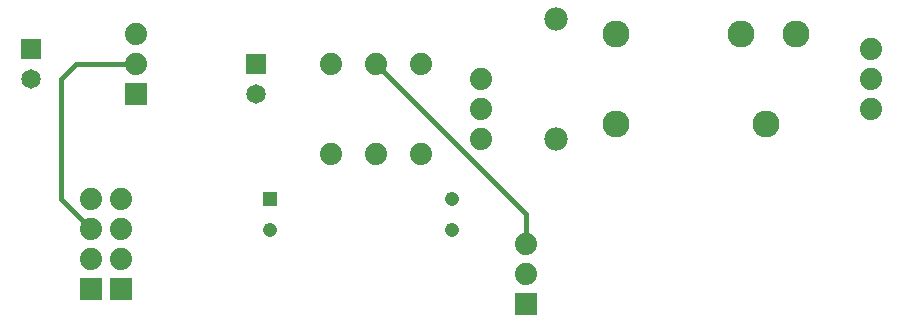
<source format=gbl>
G75*
%MOIN*%
%OFA0B0*%
%FSLAX25Y25*%
%IPPOS*%
%LPD*%
%AMOC8*
5,1,8,0,0,1.08239X$1,22.5*
%
%ADD10R,0.06500X0.06500*%
%ADD11C,0.06500*%
%ADD12R,0.07400X0.07400*%
%ADD13C,0.07400*%
%ADD14C,0.09000*%
%ADD15C,0.07800*%
%ADD16R,0.04756X0.04756*%
%ADD17C,0.04756*%
%ADD18C,0.01600*%
D10*
X0131346Y0106000D03*
X0056346Y0111000D03*
D11*
X0056346Y0101000D03*
X0131346Y0096000D03*
D12*
X0076346Y0031000D03*
X0086346Y0031000D03*
X0091346Y0096000D03*
X0221346Y0026000D03*
D13*
X0221346Y0036000D03*
X0221346Y0046000D03*
X0186346Y0076000D03*
X0171346Y0076000D03*
X0156346Y0076000D03*
X0206346Y0081000D03*
X0206346Y0091000D03*
X0206346Y0101000D03*
X0186346Y0106000D03*
X0171346Y0106000D03*
X0156346Y0106000D03*
X0091346Y0106000D03*
X0091346Y0116000D03*
X0086346Y0061000D03*
X0076346Y0061000D03*
X0076346Y0051000D03*
X0086346Y0051000D03*
X0086346Y0041000D03*
X0076346Y0041000D03*
X0336346Y0091000D03*
X0336346Y0101000D03*
X0336346Y0111000D03*
D14*
X0311346Y0116000D03*
X0292846Y0116000D03*
X0251346Y0116000D03*
X0251346Y0086000D03*
X0301346Y0086000D03*
D15*
X0231346Y0081000D03*
X0231346Y0121000D03*
D16*
X0136031Y0061118D03*
D17*
X0136031Y0050882D03*
X0196661Y0050882D03*
X0196661Y0061118D03*
D18*
X0221346Y0056000D02*
X0171346Y0106000D01*
X0091346Y0106000D02*
X0071346Y0106000D01*
X0066346Y0101000D01*
X0066346Y0061000D01*
X0076346Y0051000D01*
X0221346Y0046000D02*
X0221346Y0056000D01*
M02*

</source>
